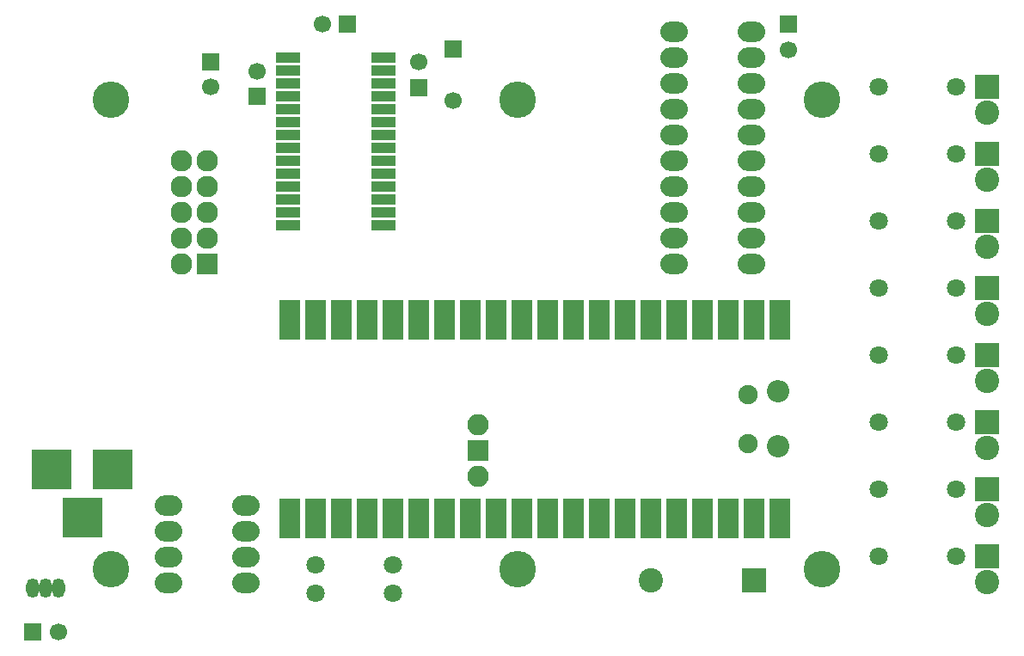
<source format=gts>
G04 #@! TF.FileFunction,Soldermask,Top*
%FSLAX46Y46*%
G04 Gerber Fmt 4.6, Leading zero omitted, Abs format (unit mm)*
G04 Created by KiCad (PCBNEW 4.0.5+dfsg1-4) date Thu Oct  6 23:04:55 2022*
%MOMM*%
%LPD*%
G01*
G04 APERTURE LIST*
%ADD10C,0.150000*%
%ADD11C,3.600000*%
%ADD12R,1.700000X1.700000*%
%ADD13C,1.700000*%
%ADD14R,3.900120X3.900120*%
%ADD15R,2.400000X2.400000*%
%ADD16C,2.400000*%
%ADD17C,2.398980*%
%ADD18R,2.398980X2.398980*%
%ADD19R,2.127200X2.127200*%
%ADD20O,2.127200X2.127200*%
%ADD21C,1.797000*%
%ADD22R,2.400000X1.000000*%
%ADD23O,2.700000X2.000000*%
%ADD24O,2.100000X2.100000*%
%ADD25R,2.100000X2.100000*%
%ADD26O,2.200000X2.200000*%
%ADD27O,1.900000X1.900000*%
%ADD28R,2.100000X3.900000*%
%ADD29O,1.299160X1.901140*%
G04 APERTURE END LIST*
D10*
D11*
X119450000Y-85770000D03*
X119450000Y-132020000D03*
X159450000Y-132020000D03*
X159450000Y-85770000D03*
X189450000Y-85770000D03*
X189450000Y-132020000D03*
D12*
X129286000Y-82042000D03*
D13*
X129286000Y-84542000D03*
D12*
X133858000Y-85471000D03*
D13*
X133858000Y-82971000D03*
D12*
X149733000Y-84582000D03*
D13*
X149733000Y-82082000D03*
D12*
X142748000Y-78359000D03*
D13*
X140248000Y-78359000D03*
D12*
X186182000Y-78359000D03*
D13*
X186182000Y-80859000D03*
D12*
X153162000Y-80772000D03*
D13*
X153162000Y-85852000D03*
D12*
X111760000Y-138176000D03*
D13*
X114260000Y-138176000D03*
D14*
X119610140Y-122230000D03*
X113610660Y-122230000D03*
X116610400Y-126929000D03*
D15*
X205740000Y-84516000D03*
D16*
X205740000Y-87056000D03*
D15*
X205740000Y-91120000D03*
D16*
X205740000Y-93660000D03*
D15*
X205740000Y-97724000D03*
D16*
X205740000Y-100264000D03*
D15*
X205740000Y-104328000D03*
D16*
X205740000Y-106868000D03*
D15*
X205740000Y-110932000D03*
D16*
X205740000Y-113472000D03*
D15*
X205740000Y-117536000D03*
D16*
X205740000Y-120076000D03*
D15*
X205740000Y-124140000D03*
D16*
X205740000Y-126680000D03*
D15*
X205740000Y-130744000D03*
D16*
X205740000Y-133284000D03*
D17*
X172593000Y-133098540D03*
D18*
X182753000Y-133098540D03*
D19*
X128905000Y-101965000D03*
D20*
X126365000Y-101965000D03*
X128905000Y-99425000D03*
X126365000Y-99425000D03*
X128905000Y-96885000D03*
X126365000Y-96885000D03*
X128905000Y-94345000D03*
X126365000Y-94345000D03*
X128905000Y-91805000D03*
X126365000Y-91805000D03*
D21*
X195045000Y-84516000D03*
X202665000Y-84516000D03*
X195045000Y-91120000D03*
X202665000Y-91120000D03*
X195045000Y-97724000D03*
X202665000Y-97724000D03*
X195045000Y-104328000D03*
X202665000Y-104328000D03*
X195045000Y-110932000D03*
X202665000Y-110932000D03*
X195045000Y-117536000D03*
X202665000Y-117536000D03*
X195045000Y-124140000D03*
X202665000Y-124140000D03*
X195045000Y-130744000D03*
X202665000Y-130744000D03*
X147193000Y-131572000D03*
X139573000Y-131572000D03*
X147193000Y-134366000D03*
X139573000Y-134366000D03*
D22*
X136905000Y-81661000D03*
X136905000Y-82931000D03*
X136905000Y-84201000D03*
X136905000Y-85471000D03*
X136905000Y-86741000D03*
X136905000Y-88011000D03*
X136905000Y-89281000D03*
X136905000Y-90551000D03*
X136905000Y-91821000D03*
X136905000Y-93091000D03*
X136905000Y-94361000D03*
X136905000Y-95631000D03*
X136905000Y-96901000D03*
X136905000Y-98171000D03*
X146305000Y-98171000D03*
X146305000Y-96901000D03*
X146305000Y-95631000D03*
X146305000Y-94361000D03*
X146305000Y-93091000D03*
X146305000Y-91821000D03*
X146305000Y-90551000D03*
X146305000Y-89281000D03*
X146305000Y-88011000D03*
X146305000Y-86741000D03*
X146305000Y-85471000D03*
X146305000Y-84201000D03*
X146305000Y-82931000D03*
X146305000Y-81661000D03*
D23*
X174879000Y-79121000D03*
X174879000Y-81661000D03*
X174879000Y-84201000D03*
X174879000Y-86741000D03*
X174879000Y-89281000D03*
X174879000Y-91821000D03*
X174879000Y-94361000D03*
X174879000Y-96901000D03*
X174879000Y-99441000D03*
X174879000Y-101981000D03*
X182499000Y-101981000D03*
X182499000Y-99441000D03*
X182499000Y-96901000D03*
X182499000Y-94361000D03*
X182499000Y-91821000D03*
X182499000Y-89281000D03*
X182499000Y-86741000D03*
X182499000Y-84201000D03*
X182499000Y-81661000D03*
X182499000Y-79121000D03*
D24*
X185293000Y-108331000D03*
X182753000Y-108331000D03*
D25*
X180213000Y-108331000D03*
D24*
X177673000Y-108331000D03*
X175133000Y-108331000D03*
X172593000Y-108331000D03*
X170053000Y-108331000D03*
D25*
X167513000Y-108331000D03*
D24*
X164973000Y-108331000D03*
X162433000Y-108331000D03*
X159893000Y-108331000D03*
X157353000Y-108331000D03*
D25*
X154813000Y-108331000D03*
D24*
X152273000Y-108331000D03*
X149733000Y-108331000D03*
X147193000Y-108331000D03*
X144653000Y-108331000D03*
D25*
X142113000Y-108331000D03*
D24*
X139573000Y-108331000D03*
X137033000Y-108331000D03*
X137033000Y-126111000D03*
X139573000Y-126111000D03*
D25*
X142113000Y-126111000D03*
D24*
X144653000Y-126111000D03*
X147193000Y-126111000D03*
X149733000Y-126111000D03*
X152273000Y-126111000D03*
D25*
X154813000Y-126111000D03*
D24*
X157353000Y-126111000D03*
X159893000Y-126111000D03*
X162433000Y-126111000D03*
X164973000Y-126111000D03*
D25*
X167513000Y-126111000D03*
D24*
X170053000Y-126111000D03*
X172593000Y-126111000D03*
X175133000Y-126111000D03*
X177673000Y-126111000D03*
D25*
X180213000Y-126111000D03*
D24*
X182753000Y-126111000D03*
X185293000Y-126111000D03*
D26*
X185163000Y-119946000D03*
X185163000Y-114496000D03*
D27*
X182133000Y-114796000D03*
X182133000Y-119646000D03*
D24*
X155563000Y-117805100D03*
D25*
X155563000Y-120345100D03*
D24*
X155563000Y-122885100D03*
D28*
X185293000Y-107431000D03*
X182753000Y-107431000D03*
X180213000Y-107431000D03*
X177673000Y-107431000D03*
X175133000Y-107431000D03*
X172593000Y-107431000D03*
X170053000Y-107431000D03*
X167513000Y-107431000D03*
X164973000Y-107431000D03*
X162433000Y-107431000D03*
X159893000Y-107431000D03*
X157353000Y-107431000D03*
X154813000Y-107431000D03*
X152273000Y-107431000D03*
X149733000Y-107431000D03*
X147193000Y-107431000D03*
X144653000Y-107431000D03*
X142113000Y-107431000D03*
X139573000Y-107431000D03*
X137033000Y-107431000D03*
X137033000Y-127011000D03*
X139573000Y-127011000D03*
X142113000Y-127011000D03*
X144653000Y-127011000D03*
X147193000Y-127011000D03*
X149733000Y-127011000D03*
X152273000Y-127011000D03*
X154813000Y-127011000D03*
X157353000Y-127011000D03*
X159893000Y-127011000D03*
X162433000Y-127011000D03*
X164973000Y-127011000D03*
X167513000Y-127011000D03*
X170053000Y-127011000D03*
X172593000Y-127011000D03*
X175133000Y-127011000D03*
X177673000Y-127011000D03*
X180213000Y-127011000D03*
X182753000Y-127011000D03*
X185293000Y-127011000D03*
D29*
X113030000Y-133858000D03*
X114300000Y-133858000D03*
X111760000Y-133858000D03*
D23*
X125095000Y-125730000D03*
X125095000Y-128270000D03*
X125095000Y-130810000D03*
X125095000Y-133350000D03*
X132715000Y-133350000D03*
X132715000Y-130810000D03*
X132715000Y-128270000D03*
X132715000Y-125730000D03*
M02*

</source>
